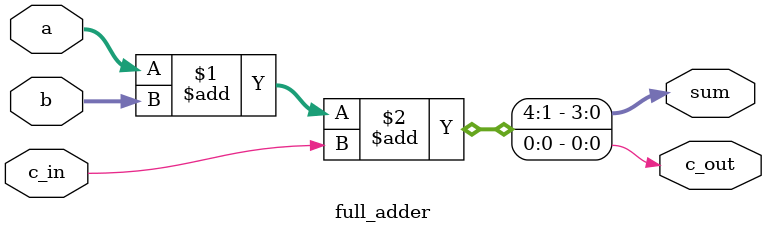
<source format=v>
module full_adder(a,b,c_in,sum,c_out);
input [3:0] a,b;
input c_in;
output [3:0] sum;
output c_out;
assign {sum,c_out}=a+b+c_in;
endmodule

</source>
